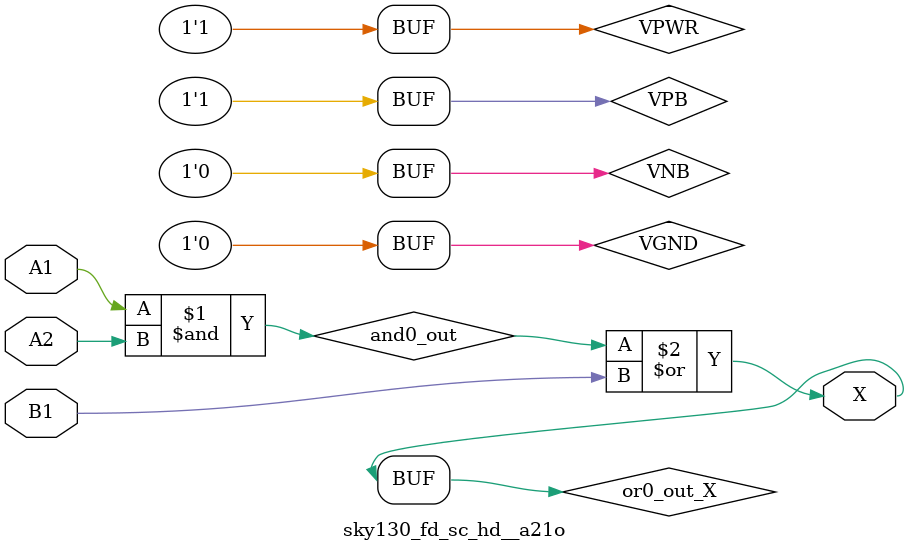
<source format=v>
/*
 * Copyright 2020 The SkyWater PDK Authors
 *
 * Licensed under the Apache License, Version 2.0 (the "License");
 * you may not use this file except in compliance with the License.
 * You may obtain a copy of the License at
 *
 *     https://www.apache.org/licenses/LICENSE-2.0
 *
 * Unless required by applicable law or agreed to in writing, software
 * distributed under the License is distributed on an "AS IS" BASIS,
 * WITHOUT WARRANTIES OR CONDITIONS OF ANY KIND, either express or implied.
 * See the License for the specific language governing permissions and
 * limitations under the License.
 *
 * SPDX-License-Identifier: Apache-2.0
*/


`ifndef SKY130_FD_SC_HD__A21O_TIMING_V
`define SKY130_FD_SC_HD__A21O_TIMING_V

/**
 * a21o: 2-input AND into first input of 2-input OR.
 *
 *       X = ((A1 & A2) | B1)
 *
 * Verilog simulation timing model.
 */

`timescale 1ns / 1ps
`default_nettype none

`celldefine
module sky130_fd_sc_hd__a21o (
    X ,
    A1,
    A2,
    B1
);

    // Module ports
    output X ;
    input  A1;
    input  A2;
    input  B1;

    // Module supplies
    supply1 VPWR;
    supply0 VGND;
    supply1 VPB ;
    supply0 VNB ;

    // Local signals
    wire and0_out ;
    wire or0_out_X;

    //  Name  Output     Other arguments
    and and0 (and0_out , A1, A2         );
    or  or0  (or0_out_X, and0_out, B1   );
    buf buf0 (X        , or0_out_X      );

endmodule
`endcelldefine

`default_nettype wire
`endif  // SKY130_FD_SC_HD__A21O_TIMING_V

</source>
